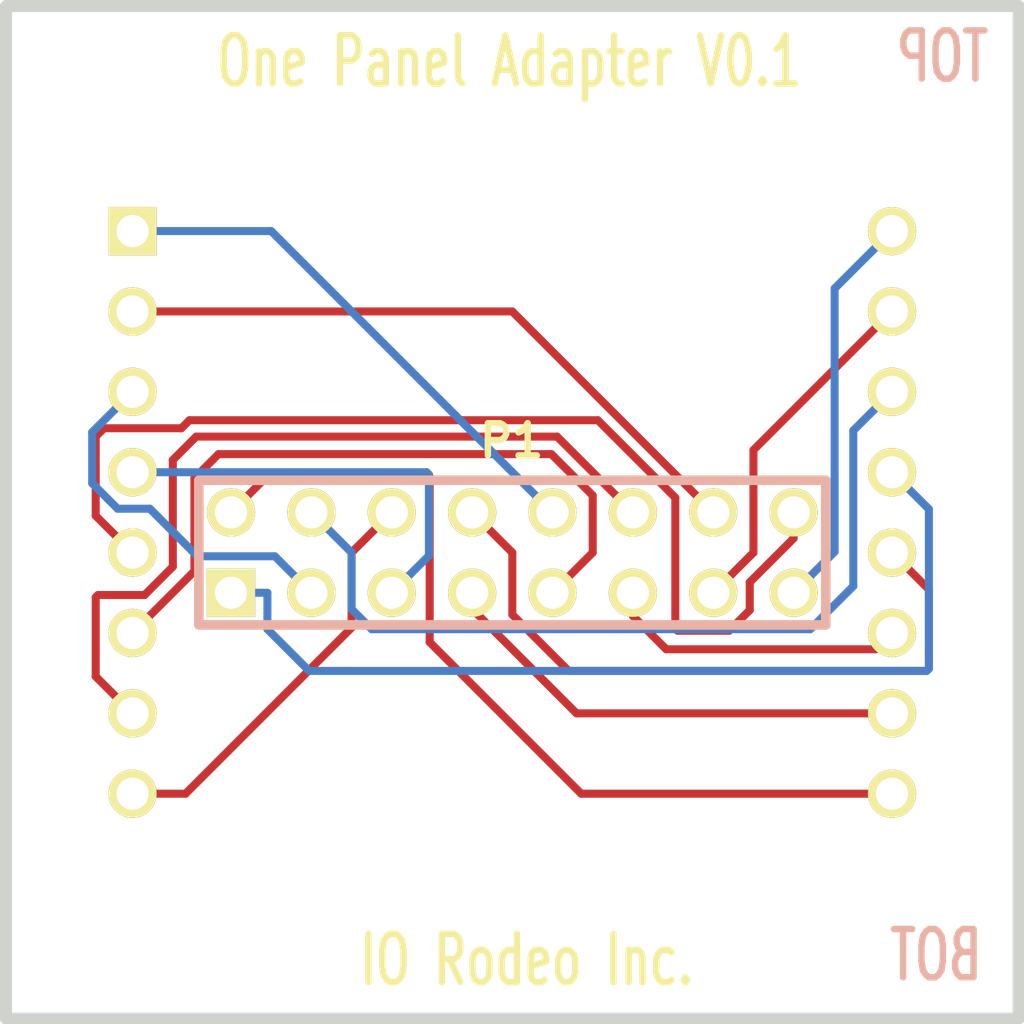
<source format=kicad_pcb>
(kicad_pcb (version 20171130) (host pcbnew 5.1.10)

  (general
    (thickness 1.6002)
    (drawings 8)
    (tracks 89)
    (zones 0)
    (modules 2)
    (nets 17)
  )

  (page A4)
  (title_block
    (date "12 apr 2013")
  )

  (layers
    (0 Front signal)
    (31 Back signal)
    (32 B.Adhes user)
    (33 F.Adhes user)
    (34 B.Paste user)
    (35 F.Paste user)
    (36 B.SilkS user)
    (37 F.SilkS user)
    (38 B.Mask user)
    (39 F.Mask user)
    (40 Dwgs.User user)
    (41 Cmts.User user)
    (42 Eco1.User user)
    (43 Eco2.User user)
    (44 Edge.Cuts user)
  )

  (setup
    (last_trace_width 0.254)
    (trace_clearance 0.254)
    (zone_clearance 0.508)
    (zone_45_only no)
    (trace_min 0.2032)
    (via_size 0.889)
    (via_drill 0.635)
    (via_min_size 0.889)
    (via_min_drill 0.508)
    (uvia_size 0.508)
    (uvia_drill 0.127)
    (uvias_allowed no)
    (uvia_min_size 0.508)
    (uvia_min_drill 0.127)
    (edge_width 0.381)
    (segment_width 0.381)
    (pcb_text_width 0.3048)
    (pcb_text_size 1.524 2.032)
    (mod_edge_width 0.381)
    (mod_text_size 1.524 1.524)
    (mod_text_width 0.3048)
    (pad_size 1.524 1.524)
    (pad_drill 0.8128)
    (pad_to_mask_clearance 0.254)
    (aux_axis_origin 0 0)
    (visible_elements FFFFFF7F)
    (pcbplotparams
      (layerselection 0x00030_ffffffff)
      (usegerberextensions true)
      (usegerberattributes true)
      (usegerberadvancedattributes true)
      (creategerberjobfile true)
      (excludeedgelayer true)
      (linewidth 0.150000)
      (plotframeref false)
      (viasonmask false)
      (mode 1)
      (useauxorigin false)
      (hpglpennumber 1)
      (hpglpenspeed 20)
      (hpglpendiameter 15.000000)
      (psnegative false)
      (psa4output false)
      (plotreference true)
      (plotvalue true)
      (plotinvisibletext false)
      (padsonsilk false)
      (subtractmaskfromsilk false)
      (outputformat 1)
      (mirror false)
      (drillshape 1)
      (scaleselection 1)
      (outputdirectory ""))
  )

  (net 0 "")
  (net 1 /COL1)
  (net 2 /COL2)
  (net 3 /COL3)
  (net 4 /COL4)
  (net 5 /COL5)
  (net 6 /COL6)
  (net 7 /COL7)
  (net 8 /COL8)
  (net 9 /ROW1)
  (net 10 /ROW2)
  (net 11 /ROW3)
  (net 12 /ROW4)
  (net 13 /ROW5)
  (net 14 /ROW6)
  (net 15 /ROW7)
  (net 16 /ROW8)

  (net_class Default "This is the default net class."
    (clearance 0.254)
    (trace_width 0.254)
    (via_dia 0.889)
    (via_drill 0.635)
    (uvia_dia 0.508)
    (uvia_drill 0.127)
    (add_net /COL1)
    (add_net /COL2)
    (add_net /COL3)
    (add_net /COL4)
    (add_net /COL5)
    (add_net /COL6)
    (add_net /COL7)
    (add_net /COL8)
    (add_net /ROW1)
    (add_net /ROW2)
    (add_net /ROW3)
    (add_net /ROW4)
    (add_net /ROW5)
    (add_net /ROW6)
    (add_net /ROW7)
    (add_net /ROW8)
  )

  (module pin_array_8x2_BACK (layer Front) (tedit 51683AB1) (tstamp 51683A39)
    (at 66.79946 68.072)
    (descr "Double rangee de contacts 2 x 8 pins")
    (tags CONN)
    (path /516833F3)
    (fp_text reference P1 (at -0.02286 -3.5306) (layer F.SilkS)
      (effects (font (size 1.016 1.016) (thickness 0.2032)))
    )
    (fp_text value CONN_8X2 (at -0.32766 0.127) (layer F.SilkS) hide
      (effects (font (size 1.016 1.016) (thickness 0.2032)))
    )
    (fp_line (start -9.906 2.286) (end -9.906 -2.286) (layer B.SilkS) (width 0.3048))
    (fp_line (start -9.906 -2.286) (end 9.906 -2.286) (layer B.SilkS) (width 0.3048))
    (fp_line (start 9.906 -2.286) (end 9.906 2.286) (layer B.SilkS) (width 0.3048))
    (fp_line (start 9.906 2.286) (end -9.906 2.286) (layer B.SilkS) (width 0.3048))
    (pad 1 thru_hole rect (at -8.89 1.27) (size 1.524 1.524) (drill 1.016) (layers *.Cu *.Mask F.SilkS)
      (net 1 /COL1))
    (pad 2 thru_hole circle (at -8.89 -1.27) (size 1.524 1.524) (drill 1.016) (layers *.Cu *.Mask F.SilkS)
      (net 9 /ROW1))
    (pad 3 thru_hole circle (at -6.35 1.27) (size 1.524 1.524) (drill 1.016) (layers *.Cu *.Mask F.SilkS)
      (net 2 /COL2))
    (pad 4 thru_hole circle (at -6.35 -1.27) (size 1.524 1.524) (drill 1.016) (layers *.Cu *.Mask F.SilkS)
      (net 10 /ROW2))
    (pad 5 thru_hole circle (at -3.81 1.27) (size 1.524 1.524) (drill 1.016) (layers *.Cu *.Mask F.SilkS)
      (net 3 /COL3))
    (pad 6 thru_hole circle (at -3.81 -1.27) (size 1.524 1.524) (drill 1.016) (layers *.Cu *.Mask F.SilkS)
      (net 11 /ROW3))
    (pad 7 thru_hole circle (at -1.27 1.27) (size 1.524 1.524) (drill 1.016) (layers *.Cu *.Mask F.SilkS)
      (net 4 /COL4))
    (pad 8 thru_hole circle (at -1.27 -1.27) (size 1.524 1.524) (drill 1.016) (layers *.Cu *.Mask F.SilkS)
      (net 12 /ROW4))
    (pad 9 thru_hole circle (at 1.27 1.27) (size 1.524 1.524) (drill 1.016) (layers *.Cu *.Mask F.SilkS)
      (net 5 /COL5))
    (pad 10 thru_hole circle (at 1.27 -1.27) (size 1.524 1.524) (drill 1.016) (layers *.Cu *.Mask F.SilkS)
      (net 13 /ROW5))
    (pad 11 thru_hole circle (at 3.81 1.27) (size 1.524 1.524) (drill 1.016) (layers *.Cu *.Mask F.SilkS)
      (net 6 /COL6))
    (pad 12 thru_hole circle (at 3.81 -1.27) (size 1.524 1.524) (drill 1.016) (layers *.Cu *.Mask F.SilkS)
      (net 14 /ROW6))
    (pad 13 thru_hole circle (at 6.35 1.27) (size 1.524 1.524) (drill 1.016) (layers *.Cu *.Mask F.SilkS)
      (net 7 /COL7))
    (pad 14 thru_hole circle (at 6.35 -1.27) (size 1.524 1.524) (drill 1.016) (layers *.Cu *.Mask F.SilkS)
      (net 15 /ROW7))
    (pad 15 thru_hole circle (at 8.89 1.27) (size 1.524 1.524) (drill 1.016) (layers *.Cu *.Mask F.SilkS)
      (net 8 /COL8))
    (pad 16 thru_hole circle (at 8.89 -1.27) (size 1.524 1.524) (drill 1.016) (layers *.Cu *.Mask F.SilkS)
      (net 16 /ROW8))
    (model pin_array/pins_array_8x2.wrl
      (at (xyz 0 0 0))
      (scale (xyz 1 1 1))
      (rotate (xyz 0 0 0))
    )
  )

  (module LED_8x8 (layer Front) (tedit 51683ABE) (tstamp 51683A3A)
    (at 66.79946 66.79946)
    (descr "LED 8x8 Matrix w/ 8x1 Peel-A-Way connectors (terminal type 210)")
    (tags LED)
    (path /516833D2)
    (fp_text reference M1 (at -11.93546 -11.47826) (layer F.SilkS) hide
      (effects (font (size 1.016 1.016) (thickness 0.2032)))
    )
    (fp_text value LED-MATRIX-8X8 (at -0.02286 9.17194) (layer F.SilkS) hide
      (effects (font (size 1.016 1.016) (thickness 0.2032)))
    )
    (fp_line (start 15.99946 15.99946) (end -15.99946 15.99946) (layer Dwgs.User) (width 0.3048))
    (fp_line (start -15.99946 15.99946) (end -15.99946 -15.99946) (layer Dwgs.User) (width 0.3048))
    (fp_line (start -15.99946 -15.99946) (end 15.99946 -15.99946) (layer Dwgs.User) (width 0.3048))
    (fp_line (start 15.99946 -15.99946) (end 15.99946 15.99946) (layer Dwgs.User) (width 0.3048))
    (fp_line (start 10.72896 9.90854) (end 10.72896 -9.90346) (layer Dwgs.User) (width 0.3048))
    (fp_line (start 13.26896 -9.90346) (end 13.26896 9.90854) (layer Dwgs.User) (width 0.3048))
    (fp_line (start 13.26896 -9.90346) (end 10.72896 -9.90346) (layer Dwgs.User) (width 0.3048))
    (fp_line (start 13.26896 9.90854) (end 10.72896 9.90854) (layer Dwgs.User) (width 0.3048))
    (fp_line (start -10.7315 9.90854) (end -13.2715 9.90854) (layer Dwgs.User) (width 0.3048))
    (fp_line (start -10.7315 -9.90346) (end -13.2715 -9.90346) (layer Dwgs.User) (width 0.3048))
    (fp_line (start -10.7315 -9.90346) (end -10.7315 9.90854) (layer Dwgs.User) (width 0.3048))
    (fp_line (start -13.2715 9.90854) (end -13.2715 -9.90346) (layer Dwgs.User) (width 0.3048))
    (pad 9 thru_hole circle (at 11.99896 8.89254 270) (size 1.524 1.524) (drill 1.016) (layers *.Cu *.Mask F.SilkS)
      (net 9 /ROW1))
    (pad 10 thru_hole circle (at 11.99896 6.35254 270) (size 1.524 1.524) (drill 1.016) (layers *.Cu *.Mask F.SilkS)
      (net 4 /COL4))
    (pad 11 thru_hole circle (at 11.99896 3.81254 270) (size 1.524 1.524) (drill 1.016) (layers *.Cu *.Mask F.SilkS)
      (net 6 /COL6))
    (pad 12 thru_hole circle (at 11.99896 1.27254 270) (size 1.524 1.524) (drill 1.016) (layers *.Cu *.Mask F.SilkS)
      (net 12 /ROW4))
    (pad 13 thru_hole circle (at 11.99896 -1.26746 270) (size 1.524 1.524) (drill 1.016) (layers *.Cu *.Mask F.SilkS)
      (net 1 /COL1))
    (pad 14 thru_hole circle (at 11.99896 -3.80746 270) (size 1.524 1.524) (drill 1.016) (layers *.Cu *.Mask F.SilkS)
      (net 10 /ROW2))
    (pad 15 thru_hole circle (at 11.99896 -6.34746 270) (size 1.524 1.524) (drill 1.016) (layers *.Cu *.Mask F.SilkS)
      (net 7 /COL7))
    (pad 16 thru_hole circle (at 11.99896 -8.88746 180) (size 1.524 1.524) (drill 1.016) (layers *.Cu *.Mask F.SilkS)
      (net 8 /COL8))
    (pad 1 thru_hole rect (at -12.0015 -8.88746 180) (size 1.524 1.524) (drill 1.016) (layers *.Cu *.Mask F.SilkS)
      (net 13 /ROW5))
    (pad 2 thru_hole circle (at -12.0015 -6.34746 270) (size 1.524 1.524) (drill 1.016) (layers *.Cu *.Mask F.SilkS)
      (net 15 /ROW7))
    (pad 3 thru_hole circle (at -12.0015 -3.80746 270) (size 1.524 1.524) (drill 1.016) (layers *.Cu *.Mask F.SilkS)
      (net 2 /COL2))
    (pad 4 thru_hole circle (at -12.0015 -1.26746 270) (size 1.524 1.524) (drill 1.016) (layers *.Cu *.Mask F.SilkS)
      (net 3 /COL3))
    (pad 5 thru_hole circle (at -12.0015 1.27254 270) (size 1.524 1.524) (drill 1.016) (layers *.Cu *.Mask F.SilkS)
      (net 16 /ROW8))
    (pad 6 thru_hole circle (at -12.0015 3.81254 270) (size 1.524 1.524) (drill 1.016) (layers *.Cu *.Mask F.SilkS)
      (net 5 /COL5))
    (pad 7 thru_hole circle (at -12.0015 6.35254 270) (size 1.524 1.524) (drill 1.016) (layers *.Cu *.Mask F.SilkS)
      (net 14 /ROW6))
    (pad 8 thru_hole circle (at -12.0015 8.89254 270) (size 1.524 1.524) (drill 1.016) (layers *.Cu *.Mask F.SilkS)
      (net 11 /ROW3))
  )

  (gr_text "IO Rodeo Inc." (at 67.2592 80.9498) (layer F.SilkS)
    (effects (font (size 1.524 1.016) (thickness 0.2032)))
  )
  (gr_text BOT (at 80.1878 80.7974) (layer B.SilkS)
    (effects (font (size 1.524 1.016) (thickness 0.2032)) (justify mirror))
  )
  (gr_text TOP (at 80.391 52.4002) (layer B.SilkS)
    (effects (font (size 1.524 1.016) (thickness 0.2032)) (justify mirror))
  )
  (gr_text "One Panel Adapter V0.1" (at 66.7004 52.5526) (layer F.SilkS)
    (effects (font (size 1.524 1.016) (thickness 0.2032)))
  )
  (gr_line (start 82.79892 50.8) (end 50.8 50.8) (angle 90) (layer Edge.Cuts) (width 0.381))
  (gr_line (start 82.79892 82.79892) (end 82.79892 50.8) (angle 90) (layer Edge.Cuts) (width 0.381))
  (gr_line (start 50.8 82.79892) (end 82.79892 82.79892) (angle 90) (layer Edge.Cuts) (width 0.381))
  (gr_line (start 50.8 50.8) (end 50.8 82.79892) (angle 90) (layer Edge.Cuts) (width 0.381))

  (segment (start 59.06008 70.49262) (end 59.06008 69.342) (width 0.254) (layer Back) (net 1))
  (segment (start 60.37834 71.81088) (end 59.06008 70.49262) (width 0.254) (layer Back) (net 1))
  (segment (start 79.89316 71.81088) (end 60.37834 71.81088) (width 0.254) (layer Back) (net 1))
  (segment (start 79.96428 71.73976) (end 79.89316 71.81088) (width 0.254) (layer Back) (net 1))
  (segment (start 79.96428 66.69786) (end 79.96428 71.73976) (width 0.254) (layer Back) (net 1))
  (segment (start 78.79842 65.532) (end 79.96428 66.69786) (width 0.254) (layer Back) (net 1) (status 400000))
  (segment (start 57.90946 69.342) (end 59.06008 69.342) (width 0.254) (layer Back) (net 1) (status 400000))
  (segment (start 59.2963 68.18884) (end 60.44946 69.342) (width 0.254) (layer Back) (net 2) (status 800000))
  (segment (start 56.84774 68.18884) (end 59.2963 68.18884) (width 0.254) (layer Back) (net 2))
  (segment (start 55.34406 66.68516) (end 56.84774 68.18884) (width 0.254) (layer Back) (net 2))
  (segment (start 54.32552 66.68516) (end 55.34406 66.68516) (width 0.254) (layer Back) (net 2))
  (segment (start 53.52288 65.88252) (end 54.32552 66.68516) (width 0.254) (layer Back) (net 2))
  (segment (start 53.52288 64.26708) (end 53.52288 65.88252) (width 0.254) (layer Back) (net 2))
  (segment (start 54.79796 62.992) (end 53.52288 64.26708) (width 0.254) (layer Back) (net 2) (status 400000))
  (segment (start 64.16294 68.16852) (end 62.98946 69.342) (width 0.254) (layer Back) (net 3) (status 800000))
  (segment (start 64.16294 65.60312) (end 64.16294 68.16852) (width 0.254) (layer Back) (net 3))
  (segment (start 64.09182 65.532) (end 64.16294 65.60312) (width 0.254) (layer Back) (net 3))
  (segment (start 54.79796 65.532) (end 64.09182 65.532) (width 0.254) (layer Back) (net 3) (status 400000))
  (segment (start 65.52946 69.85508) (end 65.52946 69.342) (width 0.254) (layer Front) (net 4) (status 800000))
  (segment (start 68.82638 73.152) (end 65.52946 69.85508) (width 0.254) (layer Front) (net 4))
  (segment (start 78.79842 73.152) (end 68.82638 73.152) (width 0.254) (layer Front) (net 4) (status 400000))
  (segment (start 69.33946 68.072) (end 68.06946 69.342) (width 0.254) (layer Front) (net 5) (status 800000))
  (segment (start 69.33946 66.26606) (end 69.33946 68.072) (width 0.254) (layer Front) (net 5))
  (segment (start 68.0339 64.9605) (end 69.33946 66.26606) (width 0.254) (layer Front) (net 5))
  (segment (start 57.51322 64.9605) (end 68.0339 64.9605) (width 0.254) (layer Front) (net 5))
  (segment (start 56.75376 65.71996) (end 57.51322 64.9605) (width 0.254) (layer Front) (net 5))
  (segment (start 56.75376 68.6562) (end 56.75376 65.71996) (width 0.254) (layer Front) (net 5))
  (segment (start 54.79796 70.612) (end 56.75376 68.6562) (width 0.254) (layer Front) (net 5) (status 400000))
  (segment (start 78.2828 71.12762) (end 78.79842 70.612) (width 0.254) (layer Front) (net 6) (status 800000))
  (segment (start 71.66356 71.12762) (end 78.2828 71.12762) (width 0.254) (layer Front) (net 6))
  (segment (start 70.60946 70.07352) (end 71.66356 71.12762) (width 0.254) (layer Front) (net 6))
  (segment (start 70.60946 69.342) (end 70.60946 70.07352) (width 0.254) (layer Front) (net 6) (status 400000))
  (segment (start 74.41946 68.072) (end 73.14946 69.342) (width 0.254) (layer Front) (net 7) (status 800000))
  (segment (start 74.41946 64.83096) (end 74.41946 68.072) (width 0.254) (layer Front) (net 7))
  (segment (start 78.79842 60.452) (end 74.41946 64.83096) (width 0.254) (layer Front) (net 7) (status 400000))
  (segment (start 76.98486 68.0466) (end 75.68946 69.342) (width 0.254) (layer Back) (net 8) (status 800000))
  (segment (start 76.98486 59.72556) (end 76.98486 68.0466) (width 0.254) (layer Back) (net 8))
  (segment (start 78.79842 57.912) (end 76.98486 59.72556) (width 0.254) (layer Back) (net 8) (status 400000))
  (segment (start 68.97624 75.692) (end 78.79842 75.692) (width 0.254) (layer Front) (net 9) (status 800000))
  (segment (start 64.18834 70.9041) (end 68.97624 75.692) (width 0.254) (layer Front) (net 9))
  (segment (start 64.18834 65.67424) (end 64.18834 70.9041) (width 0.254) (layer Front) (net 9))
  (segment (start 64.11722 65.60312) (end 64.18834 65.67424) (width 0.254) (layer Front) (net 9))
  (segment (start 59.10834 65.60312) (end 64.11722 65.60312) (width 0.254) (layer Front) (net 9))
  (segment (start 57.90946 66.802) (end 59.10834 65.60312) (width 0.254) (layer Front) (net 9) (status 400000))
  (segment (start 61.71946 68.072) (end 60.44946 66.802) (width 0.254) (layer Back) (net 10) (status 800000))
  (segment (start 61.71946 69.85762) (end 61.71946 68.072) (width 0.254) (layer Back) (net 10))
  (segment (start 62.35446 70.49262) (end 61.71946 69.85762) (width 0.254) (layer Back) (net 10))
  (segment (start 76.21524 70.49262) (end 62.35446 70.49262) (width 0.254) (layer Back) (net 10))
  (segment (start 77.57414 69.13372) (end 76.21524 70.49262) (width 0.254) (layer Back) (net 10))
  (segment (start 77.57414 64.21628) (end 77.57414 69.13372) (width 0.254) (layer Back) (net 10))
  (segment (start 78.79842 62.992) (end 77.57414 64.21628) (width 0.254) (layer Back) (net 10) (status 400000))
  (segment (start 61.71946 68.072) (end 62.98946 66.802) (width 0.254) (layer Front) (net 11) (status 800000))
  (segment (start 61.71946 70.44436) (end 61.71946 68.072) (width 0.254) (layer Front) (net 11))
  (segment (start 56.47182 75.692) (end 61.71946 70.44436) (width 0.254) (layer Front) (net 11))
  (segment (start 54.79796 75.692) (end 56.47182 75.692) (width 0.254) (layer Front) (net 11) (status 400000))
  (segment (start 66.79946 68.072) (end 65.52946 66.802) (width 0.254) (layer Front) (net 12) (status 800000))
  (segment (start 66.79946 70.03288) (end 66.79946 68.072) (width 0.254) (layer Front) (net 12))
  (segment (start 68.57746 71.81088) (end 66.79946 70.03288) (width 0.254) (layer Front) (net 12))
  (segment (start 79.89316 71.81088) (end 68.57746 71.81088) (width 0.254) (layer Front) (net 12))
  (segment (start 79.96428 71.73976) (end 79.89316 71.81088) (width 0.254) (layer Front) (net 12))
  (segment (start 79.96428 69.23786) (end 79.96428 71.73976) (width 0.254) (layer Front) (net 12))
  (segment (start 78.79842 68.072) (end 79.96428 69.23786) (width 0.254) (layer Front) (net 12) (status 400000))
  (segment (start 59.17946 57.912) (end 68.06946 66.802) (width 0.254) (layer Back) (net 13) (status 800000))
  (segment (start 54.79796 57.912) (end 59.17946 57.912) (width 0.254) (layer Back) (net 13) (status 400000))
  (segment (start 68.21424 64.40678) (end 70.60946 66.802) (width 0.254) (layer Front) (net 14) (status 800000))
  (segment (start 56.80964 64.40678) (end 68.21424 64.40678) (width 0.254) (layer Front) (net 14))
  (segment (start 56.0705 65.14592) (end 56.80964 64.40678) (width 0.254) (layer Front) (net 14))
  (segment (start 56.0705 68.51904) (end 56.0705 65.14592) (width 0.254) (layer Front) (net 14))
  (segment (start 55.17642 69.41312) (end 56.0705 68.51904) (width 0.254) (layer Front) (net 14))
  (segment (start 53.70576 69.41312) (end 55.17642 69.41312) (width 0.254) (layer Front) (net 14))
  (segment (start 53.63464 69.48424) (end 53.70576 69.41312) (width 0.254) (layer Front) (net 14))
  (segment (start 53.63464 71.98868) (end 53.63464 69.48424) (width 0.254) (layer Front) (net 14))
  (segment (start 54.79796 73.152) (end 53.63464 71.98868) (width 0.254) (layer Front) (net 14) (status 400000))
  (segment (start 66.79946 60.452) (end 73.14946 66.802) (width 0.254) (layer Front) (net 15) (status 800000))
  (segment (start 54.79796 60.452) (end 66.79946 60.452) (width 0.254) (layer Front) (net 15) (status 400000))
  (segment (start 75.68946 67.62242) (end 75.68946 66.802) (width 0.254) (layer Front) (net 16) (status 800000))
  (segment (start 74.30262 69.00926) (end 75.68946 67.62242) (width 0.254) (layer Front) (net 16))
  (segment (start 74.30262 69.89064) (end 74.30262 69.00926) (width 0.254) (layer Front) (net 16))
  (segment (start 73.65238 70.54088) (end 74.30262 69.89064) (width 0.254) (layer Front) (net 16))
  (segment (start 72.0217 70.54088) (end 73.65238 70.54088) (width 0.254) (layer Front) (net 16))
  (segment (start 71.95058 70.46976) (end 72.0217 70.54088) (width 0.254) (layer Front) (net 16))
  (segment (start 71.95058 66.33718) (end 71.95058 70.46976) (width 0.254) (layer Front) (net 16))
  (segment (start 69.50202 63.88862) (end 71.95058 66.33718) (width 0.254) (layer Front) (net 16))
  (segment (start 56.59628 63.88862) (end 69.50202 63.88862) (width 0.254) (layer Front) (net 16))
  (segment (start 56.34228 64.14262) (end 56.59628 63.88862) (width 0.254) (layer Front) (net 16))
  (segment (start 53.89626 64.14262) (end 56.34228 64.14262) (width 0.254) (layer Front) (net 16))
  (segment (start 53.63464 64.40424) (end 53.89626 64.14262) (width 0.254) (layer Front) (net 16))
  (segment (start 53.63464 66.90868) (end 53.63464 64.40424) (width 0.254) (layer Front) (net 16))
  (segment (start 54.79796 68.072) (end 53.63464 66.90868) (width 0.254) (layer Front) (net 16) (status 400000))

)

</source>
